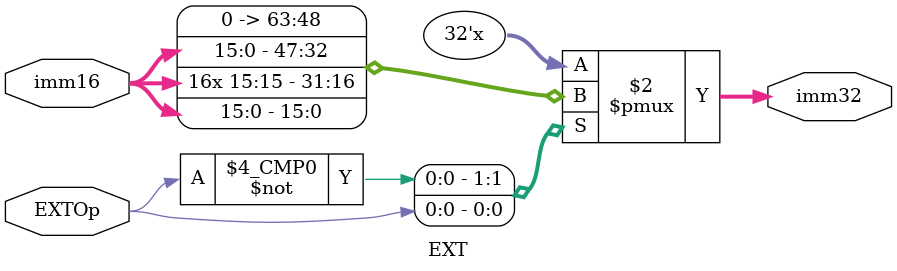
<source format=v>
`timescale 1ns / 1ps


module EXT(
    input [15:0] imm16,
    input EXTOp,
    output reg [31:0] imm32
    );
    
parameter ZeroExtend = 1'b0;
parameter SignExtend = 1'b1;    
    always @(*)
    begin
        case(EXTOp)
            ZeroExtend:
                imm32 = {16'b0, imm16};
            SignExtend:
                imm32 = {{16{imm16[15]}}, imm16};
            default:
                imm32 = 0;
        endcase
    end
endmodule

</source>
